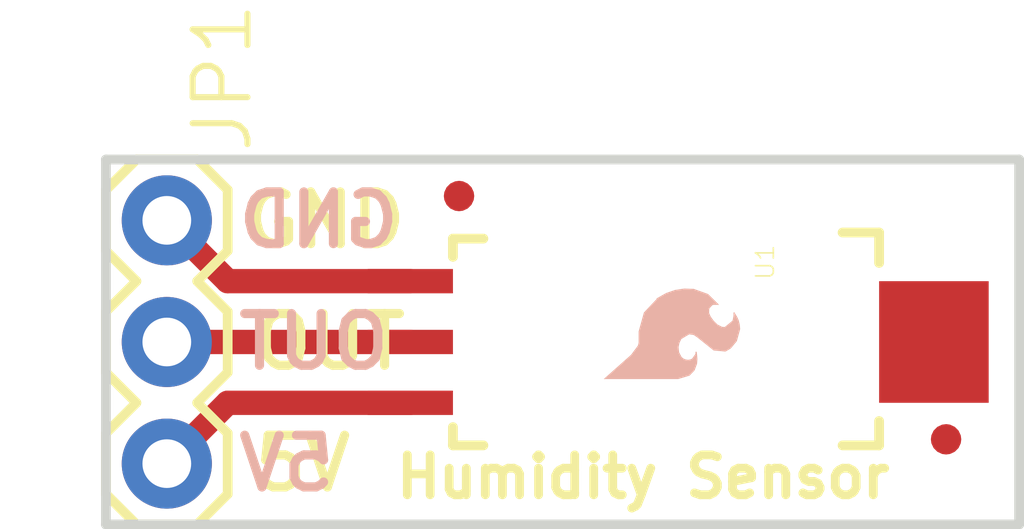
<source format=kicad_pcb>
(kicad_pcb (version 20211014) (generator pcbnew)
  (layers (0 "F.Cu" signal) (31 "B.Cu" signal) (34 "B.Paste" user) (35 "F.Paste" user) (36 "B.SilkS" user "B.Silkscreen") (37 "F.SilkS" user "F.Silkscreen") (38 "B.Mask" user) (39 "F.Mask" user) (44 "Edge.Cuts" user))
  (net 0 "")
  (net 1 "OUT")
  (net 2 "GND")
  (net 3 "VCC")
  (footprint "boardEagle:1X03" (layer "F.Cu") (at 140.2461 102.4636 -90)
    (fp_text reference "JP1" (at -1.3462 -1.8288 -90) (layer "F.SilkS") (effects (font (size 1.143 1.143) (thickness 0.127)) (justify left bottom)))
    (fp_text value "")
    (fp_line (start 3.81 0.635) (end 3.175 1.27) (layer "F.SilkS") (width 0.2032))
    (fp_line (start 0.635 1.27) (end -0.635 1.27) (layer "F.SilkS") (width 0.2032))
    (fp_line (start 1.27 -0.635) (end 1.905 -1.27) (layer "F.SilkS") (width 0.2032))
    (fp_line (start 1.905 1.27) (end 1.27 0.635) (layer "F.SilkS") (width 0.2032))
    (fp_line (start -0.635 -1.27) (end 0.635 -1.27) (layer "F.SilkS") (width 0.2032))
    (fp_line (start 5.715 1.27) (end 4.445 1.27) (layer "F.SilkS") (width 0.2032))
    (fp_line (start 3.175 -1.27) (end 3.81 -0.635) (layer "F.SilkS") (width 0.2032))
    (fp_line (start 3.81 -0.635) (end 4.445 -1.27) (layer "F.SilkS") (width 0.2032))
    (fp_line (start 0.635 -1.27) (end 1.27 -0.635) (layer "F.SilkS") (width 0.2032))
    (fp_line (start -0.635 -1.27) (end -1.27 -0.635) (layer "F.SilkS") (width 0.2032))
    (fp_line (start -1.27 -0.635) (end -1.27 0.635) (layer "F.SilkS") (width 0.2032))
    (fp_line (start 4.445 1.27) (end 3.81 0.635) (layer "F.SilkS") (width 0.2032))
    (fp_line (start 6.35 -0.635) (end 6.35 0.635) (layer "F.SilkS") (width 0.2032))
    (fp_line (start -1.27 0.635) (end -0.635 1.27) (layer "F.SilkS") (width 0.2032))
    (fp_line (start 1.27 0.635) (end 0.635 1.27) (layer "F.SilkS") (width 0.2032))
    (fp_line (start 1.905 -1.27) (end 3.175 -1.27) (layer "F.SilkS") (width 0.2032))
    (fp_line (start 6.35 0.635) (end 5.715 1.27) (layer "F.SilkS") (width 0.2032))
    (fp_line (start 5.715 -1.27) (end 6.35 -0.635) (layer "F.SilkS") (width 0.2032))
    (fp_line (start 4.445 -1.27) (end 5.715 -1.27) (layer "F.SilkS") (width 0.2032))
    (fp_line (start 3.175 1.27) (end 1.905 1.27) (layer "F.SilkS") (width 0.2032))
    (pad "1" thru_hole circle (at 0 0) (size 1.8796 1.8796) (drill 1.016) (layers *.Cu *.Mask) (net 2 "GND"))
    (pad "2" thru_hole circle (at 2.54 0) (size 1.8796 1.8796) (drill 1.016) (layers *.Cu *.Mask) (net 1 "OUT"))
    (pad "3" thru_hole circle (at 5.08 0) (size 1.8796 1.8796) (drill 1.016) (layers *.Cu *.Mask) (net 3 "VCC"))
  )
  (footprint "boardEagle:HIH-4030" (layer "F.Cu") (at 150.4061 105.0036 -90)
    (fp_text reference "U1" (at -1.27 -2.54 -90) (layer "F.SilkS") (effects (font (size 0.373888 0.373888) (thickness 0.032512)) (justify left bottom)))
    (fp_text value "HIH-4030SMD")
    (fp_line (start 1.778 4.191) (end 2.159 4.191) (layer "F.SilkS") (width 0.2032))
    (fp_line (start -2.159 4.191) (end -1.778 4.191) (layer "F.SilkS") (width 0.2032))
    (fp_line (start 2.159 4.191) (end 2.159 3.556) (layer "F.SilkS") (width 0.2032))
    (fp_line (start -2.286 -4.699) (end -1.651 -4.699) (layer "F.SilkS") (width 0.2032))
    (fp_line (start 2.159 -4.699) (end 1.651 -4.699) (layer "F.SilkS") (width 0.2032))
    (fp_line (start -2.286 -3.937) (end -2.286 -4.699) (layer "F.SilkS") (width 0.2032))
    (fp_line (start 2.159 -3.937) (end 2.159 -4.699) (layer "F.SilkS") (width 0.2032))
    (fp_line (start -2.159 3.556) (end -2.159 4.191) (layer "F.SilkS") (width 0.2032))
    (pad "1" smd rect (at -1.27 5.08 270) (size 0.508 1.778) (layers "F.Cu" "F.Paste" "F.Mask") (net 2 "GND"))
    (pad "2" smd rect (at 0 5.08 270) (size 0.508 1.778) (layers "F.Cu" "F.Paste" "F.Mask") (net 1 "OUT"))
    (pad "3" smd rect (at 1.27 5.08 270) (size 0.508 1.778) (layers "F.Cu" "F.Paste" "F.Mask") (net 3 "VCC"))
    (pad "NC" smd rect (at 0 -5.842 270) (size 2.54 2.286) (layers "F.Cu" "F.Paste" "F.Mask"))
  )
  (footprint "boardEagle:MICRO-FIDUCIAL" (layer "F.Cu") (at 146.3421 101.9556)
    (fp_text reference "FID1" hide)
    (fp_text value "FIDUCIALUFIDUCIAL" hide)
    (pad "1" smd roundrect (at 0 0) (size 0.635 0.635) (layers "F.Cu" "F.Mask") (roundrect_rratio 0.5))
  )
  (footprint "boardEagle:MICRO-FIDUCIAL" (layer "F.Cu") (at 156.5021 107.0356)
    (fp_text reference "FID2" hide)
    (fp_text value "FIDUCIALUFIDUCIAL" hide)
    (pad "1" smd roundrect (at 0 0) (size 0.635 0.635) (layers "F.Cu" "F.Mask") (roundrect_rratio 0.5))
  )
  (footprint "boardEagle:SFE-LOGO-FLAME" (layer "B.Cu") (at 149.3901 105.7656 90)
    (fp_text reference "JP2" hide)
    (fp_text value "LOGO-SFESK" hide)
    (fp_poly (pts (xy 1.126002 2.808203) (xy 1.215449 2.785829) (xy 1.228477 2.780783) (xy 1.240149 2.774875) (xy 1.25686 2.766576) (xy 1.275552 2.759834) (xy 1.371694 2.7026) (xy 1.3793 2.7026) (xy 1.3793 2.6772) (xy 1.306833 2.6772) (xy 1.208418 2.657914) (xy 1.074855 2.495286) (xy 1.079365 2.436825) (xy 1.12809 2.341869) (xy 1.204666 2.265196) (xy 1.294069 2.200638) (xy 1.369348 2.168824) (xy 1.450737 2.171632) (xy 1.458864 2.174186) (xy 1.466257 2.177389) (xy 1.530514 2.236956) (xy 1.5368 2.259812) (xy 1.5368 2.377938) (xy 1.763707 2.148127) (xy 1.868186 1.856841) (xy 1.871603 1.856894) (xy 1.87806 1.650435) (xy 1.848857 1.45742) (xy 1.785308 1.272842) (xy 1.6663 1.061578) (xy 1.6663 1.080581) (xy 1.378131 0.80901) (xy 0.982239 0.6985) (xy 0.753005 0.6985) (xy 0.716201 0.692046) (xy 0.681776 0.679592) (xy 0.496322 0.541784) (xy -0.0126 -0.03091) (xy -0.0126 1.52077) (xy 0.060004 1.761967) (xy 0.168295 1.865489) (xy 0.307122 1.917522) (xy 0.4039 1.925089) (xy 0.499384 1.917623) (xy 0.55991 1.908099) (xy 0.557788 1.884433) (xy 0.522216 1.885242) (xy 0.501784 1.876141) (xy 0.420519 1.817154) (xy 0.400722 1.79067) (xy 0.390395 1.7285) (xy 0.400905 1.665229) (xy 0.421405 1.625174) (xy 0.452343 1.592685) (xy 0.546535 1.54355) (xy 0.652229 1.531742) (xy 0.742768 1.550084) (xy 0.82422 1.589656) (xy 0.92203 1.754659) (xy 0.907706 1.848844) (xy 0.850914 1.930401) (xy 0.584707 2.263237) (xy 0.561667 2.510855) (xy 0.627495 2.621556) (xy 0.629042 2.623103) (xy 0.778901 2.74712) (xy 1.032676 2.817064)) (layer "B.SilkS") (width 0) (fill solid))
  )
  (gr_line (start 158.0261 108.8136) (end 158.0261 101.1936) (layer "Edge.Cuts") (width 0.2032))
  (gr_line (start 138.9761 108.8136) (end 158.0261 108.8136) (layer "Edge.Cuts") (width 0.2032))
  (gr_line (start 138.9761 101.1936) (end 138.9761 108.8136) (layer "Edge.Cuts") (width 0.2032))
  (gr_line (start 158.0261 101.1936) (end 138.9761 101.1936) (layer "Edge.Cuts") (width 0.2032))
  (gr_text "GND" (at 141.6431 101.8286) (layer "B.SilkS") (effects (font (size 1.0795 1.0795) (thickness 0.1905)) (justify right top mirror)))
  (gr_text "OUT" (at 141.6431 104.3686) (layer "B.SilkS") (effects (font (size 1.0795 1.0795) (thickness 0.1905)) (justify right top mirror)))
  (gr_text "5V" (at 141.6431 106.9086) (layer "B.SilkS") (effects (font (size 1.0795 1.0795) (thickness 0.1905)) (justify right top mirror)))
  (gr_text "Humidity Sensor" (at 144.9451 108.3056) (layer "F.SilkS") (effects (font (size 0.83312 0.83312) (thickness 0.18288)) (justify left bottom)))
  (gr_text "OUT" (at 145.3261 104.3686) (layer "F.SilkS") (effects (font (size 1.0795 1.0795) (thickness 0.1905)) (justify right top)))
  (gr_text "GND" (at 145.3261 101.8286) (layer "F.SilkS") (effects (font (size 1.0795 1.0795) (thickness 0.1905)) (justify right top)))
  (gr_text "5V" (at 144.1831 106.9086) (layer "F.SilkS") (effects (font (size 1.0795 1.0795) (thickness 0.1905)) (justify right top)))
  (segment (start 145.3261 105.0036) (end 144.0561 105.0036) (width 0.254) (layer "F.Cu") (net 1))
  (segment (start 140.2461 105.0036) (end 145.3261 105.0036) (width 0.508) (layer "F.Cu") (net 1))
  (segment (start 141.5161 103.7336) (end 145.3261 103.7336) (width 0.508) (layer "F.Cu") (net 2))
  (segment (start 140.2461 102.4636) (end 141.5161 103.7336) (width 0.508) (layer "F.Cu") (net 2))
  (segment (start 140.2461 107.5436) (end 141.5161 106.2736) (width 0.508) (layer "F.Cu") (net 3))
  (segment (start 141.5161 106.2736) (end 145.3261 106.2736) (width 0.508) (layer "F.Cu") (net 3))
)
</source>
